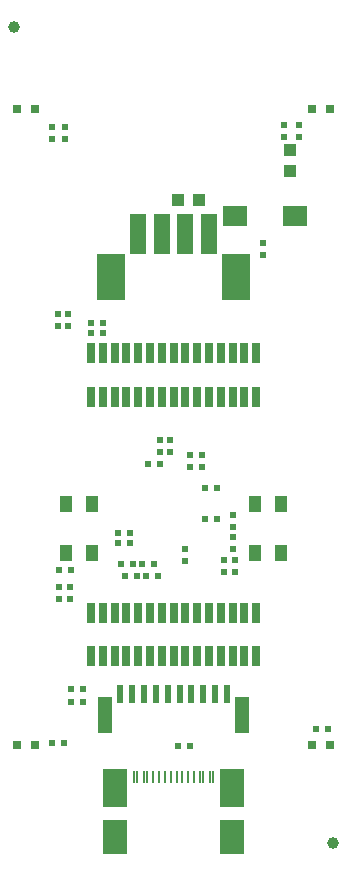
<source format=gbr>
%TF.GenerationSoftware,KiCad,Pcbnew,7.0.11-7.0.11~ubuntu22.04.1*%
%TF.CreationDate,2025-02-03T16:18:30+02:00*%
%TF.ProjectId,ESP32-P4-DevKit_Rev_C,45535033-322d-4503-942d-4465764b6974,C*%
%TF.SameCoordinates,PX80befc0PY7459280*%
%TF.FileFunction,Paste,Top*%
%TF.FilePolarity,Positive*%
%FSLAX46Y46*%
G04 Gerber Fmt 4.6, Leading zero omitted, Abs format (unit mm)*
G04 Created by KiCad (PCBNEW 7.0.11-7.0.11~ubuntu22.04.1) date 2025-02-03 16:18:30*
%MOMM*%
%LPD*%
G01*
G04 APERTURE LIST*
%ADD10R,2.100000X3.200000*%
%ADD11R,2.100000X3.000000*%
%ADD12R,1.100000X2.200000*%
%ADD13R,1.100000X2.000000*%
%ADD14R,0.280000X1.130000*%
%ADD15R,0.230000X1.130000*%
%ADD16R,0.740000X1.750000*%
%ADD17R,0.800000X0.800000*%
%ADD18R,0.500000X0.550000*%
%ADD19R,0.550000X0.500000*%
%ADD20R,1.000000X1.400000*%
%ADD21R,1.016000X1.016000*%
%ADD22C,1.000000*%
%ADD23R,1.200000X3.100000*%
%ADD24R,0.600000X1.550000*%
%ADD25R,2.400000X3.900000*%
%ADD26R,1.400000X3.400000*%
%ADD27R,2.000000X1.700000*%
G04 APERTURE END LIST*
D10*
%TO.C,USB-Serial/JTAG1*%
X19927600Y6030000D03*
X10072400Y6030000D03*
D11*
X19927600Y1850000D03*
X10072400Y1850000D03*
D12*
X19927600Y6030000D03*
X10072400Y6030000D03*
D13*
X19927600Y1850000D03*
X10072400Y1850000D03*
D14*
X11675000Y6932000D03*
X12475000Y6932000D03*
D15*
X13750000Y6932000D03*
X14750000Y6932000D03*
X15250000Y6932000D03*
X16250000Y6932000D03*
D14*
X17525000Y6932000D03*
X18325000Y6932000D03*
X18075000Y6932000D03*
X17275000Y6932000D03*
D15*
X16750000Y6932000D03*
X15750000Y6932000D03*
X14250000Y6932000D03*
X13250000Y6932000D03*
D14*
X12725000Y6932000D03*
X11925000Y6932000D03*
%TD*%
D16*
%TO.C,MIPI-CSI1*%
X8000000Y42825000D03*
X8000000Y39175000D03*
X9000000Y42825000D03*
X9000000Y39175000D03*
X10000000Y42825000D03*
X10000000Y39175000D03*
X11000000Y42825000D03*
X11000000Y39175000D03*
X12000000Y42825000D03*
X12000000Y39175000D03*
X13000000Y42825000D03*
X13000000Y39175000D03*
X14000000Y42825000D03*
X14000000Y39175000D03*
X15000000Y42825000D03*
X15000000Y39175000D03*
X16000000Y42825000D03*
X16000000Y39175000D03*
X17000000Y42825000D03*
X17000000Y39175000D03*
X18000000Y42825000D03*
X18000000Y39175000D03*
X19000000Y42825000D03*
X19000000Y39175000D03*
X20000000Y42825000D03*
X20000000Y39175000D03*
X21000000Y42825000D03*
X21000000Y39175000D03*
X22000000Y42825000D03*
X22000000Y39175000D03*
%TD*%
D17*
%TO.C,USER_LED1*%
X3262000Y9700000D03*
X1738000Y9700000D03*
%TD*%
D18*
%TO.C,C4*%
X10288000Y27639000D03*
X11304000Y27639000D03*
%TD*%
D17*
%TO.C,LED_LINK1*%
X1738000Y63500000D03*
X3262000Y63500000D03*
%TD*%
D19*
%TO.C,C33*%
X20067000Y29163000D03*
X20067000Y28147000D03*
%TD*%
D20*
%TO.C,BOOT1*%
X5925000Y25925000D03*
X8075000Y25925000D03*
X5925000Y30075000D03*
X8075000Y30075000D03*
%TD*%
D19*
%TO.C,C52*%
X20194000Y24337000D03*
X20194000Y25353000D03*
%TD*%
D18*
%TO.C,R14*%
X7367000Y14431000D03*
X6351000Y14431000D03*
%TD*%
%TO.C,C3*%
X10288000Y26750000D03*
X11304000Y26750000D03*
%TD*%
D19*
%TO.C,C37*%
X5335000Y22051000D03*
X5335000Y23067000D03*
%TD*%
%TO.C,C50*%
X20067000Y27258000D03*
X20067000Y26242000D03*
%TD*%
%TO.C,R22*%
X6097000Y45165000D03*
X6097000Y46181000D03*
%TD*%
D17*
%TO.C,LED_ACT1*%
X26738000Y63500000D03*
X28262000Y63500000D03*
%TD*%
D18*
%TO.C,C45*%
X12701000Y23956000D03*
X13717000Y23956000D03*
%TD*%
%TO.C,C27*%
X8002000Y45419000D03*
X9018000Y45419000D03*
%TD*%
D21*
%TO.C,C15*%
X15368000Y55833000D03*
X17146000Y55833000D03*
%TD*%
D16*
%TO.C,MIPI-DSI1*%
X8000000Y20825000D03*
X8000000Y17175000D03*
X9000000Y20825000D03*
X9000000Y17175000D03*
X10000000Y20825000D03*
X10000000Y17175000D03*
X11000000Y20825000D03*
X11000000Y17175000D03*
X12000000Y20825000D03*
X12000000Y17175000D03*
X13000000Y20825000D03*
X13000000Y17175000D03*
X14000000Y20825000D03*
X14000000Y17175000D03*
X15000000Y20825000D03*
X15000000Y17175000D03*
X16000000Y20825000D03*
X16000000Y17175000D03*
X17000000Y20825000D03*
X17000000Y17175000D03*
X18000000Y20825000D03*
X18000000Y17175000D03*
X19000000Y20825000D03*
X19000000Y17175000D03*
X20000000Y20825000D03*
X20000000Y17175000D03*
X21000000Y20825000D03*
X21000000Y17175000D03*
X22000000Y20825000D03*
X22000000Y17175000D03*
%TD*%
D19*
%TO.C,R8*%
X24385000Y62183000D03*
X24385000Y61167000D03*
%TD*%
D18*
%TO.C,C41*%
X12320000Y24972000D03*
X13336000Y24972000D03*
%TD*%
%TO.C,C28*%
X8002000Y44530000D03*
X9018000Y44530000D03*
%TD*%
D22*
%TO.C,FID2*%
X1500000Y70500000D03*
%TD*%
D20*
%TO.C,RST1*%
X24075000Y30075000D03*
X21925000Y30075000D03*
X24075000Y25925000D03*
X21925000Y25925000D03*
%TD*%
D18*
%TO.C,C55*%
X17654000Y28782000D03*
X18670000Y28782000D03*
%TD*%
%TO.C,R1*%
X12828000Y33481000D03*
X13844000Y33481000D03*
%TD*%
D19*
%TO.C,C38*%
X6224000Y22051000D03*
X6224000Y23067000D03*
%TD*%
D17*
%TO.C,PWR_LED1*%
X28262000Y9700000D03*
X26738000Y9700000D03*
%TD*%
D18*
%TO.C,R16*%
X6351000Y13288000D03*
X7367000Y13288000D03*
%TD*%
D19*
%TO.C,C11*%
X16384000Y34243000D03*
X16384000Y33227000D03*
%TD*%
D18*
%TO.C,C42*%
X11558000Y24972000D03*
X10542000Y24972000D03*
%TD*%
D23*
%TO.C,pUEXT1*%
X20800000Y12250000D03*
X9200000Y12250000D03*
D24*
X19500000Y14025000D03*
X18500000Y14025000D03*
X17500000Y14025000D03*
X16500000Y14025000D03*
X15500000Y14025000D03*
X14500000Y14025000D03*
X13500000Y14025000D03*
X12500000Y14025000D03*
X11500000Y14025000D03*
X10500000Y14025000D03*
%TD*%
D19*
%TO.C,R23*%
X5208000Y46181000D03*
X5208000Y45165000D03*
%TD*%
%TO.C,C46*%
X16003000Y26242000D03*
X16003000Y25226000D03*
%TD*%
D25*
%TO.C,POE_PWR1*%
X9700000Y49275000D03*
D26*
X12000000Y52900000D03*
X14000000Y52900000D03*
X16000000Y52900000D03*
X18000000Y52900000D03*
D25*
X20300000Y49275000D03*
%TD*%
D18*
%TO.C,C29*%
X17654000Y31449000D03*
X18670000Y31449000D03*
%TD*%
D19*
%TO.C,R7*%
X25655000Y62183000D03*
X25655000Y61167000D03*
%TD*%
%TO.C,C9*%
X14733000Y34497000D03*
X14733000Y35513000D03*
%TD*%
%TO.C,R27*%
X22607000Y51134000D03*
X22607000Y52150000D03*
%TD*%
D18*
%TO.C,C57*%
X5335000Y24464000D03*
X6351000Y24464000D03*
%TD*%
D19*
%TO.C,C49*%
X19305000Y24337000D03*
X19305000Y25353000D03*
%TD*%
%TO.C,C10*%
X17400000Y34243000D03*
X17400000Y33227000D03*
%TD*%
%TO.C,R9*%
X5800000Y62008000D03*
X5800000Y60992000D03*
%TD*%
%TO.C,R10*%
X4700000Y62008000D03*
X4700000Y60992000D03*
%TD*%
D21*
%TO.C,C14*%
X24893000Y58246000D03*
X24893000Y60024000D03*
%TD*%
D18*
%TO.C,C40*%
X11939000Y23956000D03*
X10923000Y23956000D03*
%TD*%
D27*
%TO.C,D1*%
X25234000Y54436000D03*
X20234000Y54436000D03*
%TD*%
D19*
%TO.C,C8*%
X13844000Y34497000D03*
X13844000Y35513000D03*
%TD*%
D18*
%TO.C,R4*%
X4700000Y9859000D03*
X5716000Y9859000D03*
%TD*%
%TO.C,R6*%
X16384000Y9605000D03*
X15368000Y9605000D03*
%TD*%
D22*
%TO.C,FID4*%
X28500000Y1400000D03*
%TD*%
D18*
%TO.C,R34*%
X27052000Y11002000D03*
X28068000Y11002000D03*
%TD*%
M02*

</source>
